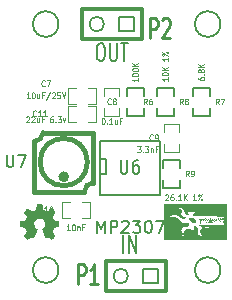
<source format=gto>
G04 (created by PCBNEW (2014-01-10 BZR 4027)-stable) date sab 21 mar 2015 15:48:28 CET*
%MOIN*%
G04 Gerber Fmt 3.4, Leading zero omitted, Abs format*
%FSLAX34Y34*%
G01*
G70*
G90*
G04 APERTURE LIST*
%ADD10C,0.00590551*%
%ADD11C,0.005*%
%ADD12C,0.0047*%
%ADD13C,0.015*%
%ADD14C,0.012*%
%ADD15C,0.0001*%
%ADD16C,0.0045*%
%ADD17C,0.0078*%
%ADD18C,0.0107*%
%ADD19C,0.00606299*%
G04 APERTURE END LIST*
G54D10*
G54D11*
X56200Y-23500D02*
X58200Y-23500D01*
X58200Y-23500D02*
X58200Y-25300D01*
X58200Y-25300D02*
X56200Y-25300D01*
X56200Y-25300D02*
X56200Y-23500D01*
X56200Y-24100D02*
X56400Y-24100D01*
X56400Y-24100D02*
X56400Y-24600D01*
X56400Y-24600D02*
X56200Y-24600D01*
X57675Y-22003D02*
X57675Y-21725D01*
X57675Y-21725D02*
X57125Y-21725D01*
X57125Y-21725D02*
X57125Y-22003D01*
X57675Y-22675D02*
X57675Y-22397D01*
X57675Y-22675D02*
X57125Y-22675D01*
X57125Y-22675D02*
X57125Y-22397D01*
X59875Y-22003D02*
X59875Y-21725D01*
X59875Y-21725D02*
X59325Y-21725D01*
X59325Y-21725D02*
X59325Y-22003D01*
X59875Y-22675D02*
X59875Y-22397D01*
X59875Y-22675D02*
X59325Y-22675D01*
X59325Y-22675D02*
X59325Y-22397D01*
X58875Y-24403D02*
X58875Y-24125D01*
X58875Y-24125D02*
X58325Y-24125D01*
X58325Y-24125D02*
X58325Y-24403D01*
X58875Y-25075D02*
X58875Y-24797D01*
X58875Y-25075D02*
X58325Y-25075D01*
X58325Y-25075D02*
X58325Y-24797D01*
X58125Y-22397D02*
X58125Y-22675D01*
X58125Y-22675D02*
X58675Y-22675D01*
X58675Y-22675D02*
X58675Y-22397D01*
X58125Y-21725D02*
X58125Y-22003D01*
X58125Y-21725D02*
X58675Y-21725D01*
X58675Y-21725D02*
X58675Y-22003D01*
G54D12*
X55797Y-22256D02*
X56072Y-22256D01*
X55403Y-22256D02*
X55128Y-22256D01*
X55797Y-21744D02*
X56072Y-21744D01*
X55128Y-21744D02*
X55403Y-21744D01*
X56072Y-21750D02*
X56072Y-22250D01*
X55128Y-22250D02*
X55128Y-21750D01*
X55597Y-26056D02*
X55872Y-26056D01*
X55203Y-26056D02*
X54928Y-26056D01*
X55597Y-25544D02*
X55872Y-25544D01*
X54928Y-25544D02*
X55203Y-25544D01*
X55872Y-25550D02*
X55872Y-26050D01*
X54928Y-26050D02*
X54928Y-25550D01*
X58856Y-23203D02*
X58856Y-22928D01*
X58856Y-23597D02*
X58856Y-23872D01*
X58344Y-23203D02*
X58344Y-22928D01*
X58344Y-23872D02*
X58344Y-23597D01*
X58350Y-22928D02*
X58850Y-22928D01*
X58850Y-23872D02*
X58350Y-23872D01*
X56856Y-22003D02*
X56856Y-21728D01*
X56856Y-22397D02*
X56856Y-22672D01*
X56344Y-22003D02*
X56344Y-21728D01*
X56344Y-22672D02*
X56344Y-22397D01*
X56350Y-21728D02*
X56850Y-21728D01*
X56850Y-22672D02*
X56350Y-22672D01*
X55797Y-22856D02*
X56072Y-22856D01*
X55403Y-22856D02*
X55128Y-22856D01*
X55797Y-22344D02*
X56072Y-22344D01*
X55128Y-22344D02*
X55403Y-22344D01*
X56072Y-22350D02*
X56072Y-22850D01*
X55128Y-22850D02*
X55128Y-22350D01*
G54D13*
X55098Y-24692D02*
G75*
G03X55098Y-24692I-98J0D01*
G74*
G01*
X55689Y-25184D02*
X54016Y-25184D01*
X54016Y-25184D02*
X54016Y-23511D01*
X54311Y-23216D02*
X55984Y-23216D01*
X55984Y-23216D02*
X55984Y-24889D01*
X54016Y-23511D02*
G75*
G03X54311Y-23216I0J295D01*
G74*
G01*
X55984Y-24889D02*
G75*
G03X55689Y-25184I0J-295D01*
G74*
G01*
X55787Y-24200D02*
G75*
G03X55787Y-24200I-787J0D01*
G74*
G01*
G54D14*
X58400Y-27500D02*
X58400Y-28500D01*
X58400Y-28500D02*
X56400Y-28500D01*
X56400Y-28500D02*
X56400Y-27500D01*
X56400Y-27500D02*
X58400Y-27500D01*
X57600Y-19100D02*
X57600Y-20100D01*
X57600Y-20100D02*
X55600Y-20100D01*
X55600Y-20100D02*
X55600Y-19100D01*
X55600Y-19100D02*
X57600Y-19100D01*
G54D15*
G36*
X60441Y-26790D02*
X60351Y-26790D01*
X60351Y-26151D01*
X60351Y-26122D01*
X60351Y-26095D01*
X60351Y-26072D01*
X60350Y-26052D01*
X60350Y-26038D01*
X60349Y-26029D01*
X60349Y-26026D01*
X60347Y-26024D01*
X60345Y-26023D01*
X60343Y-26021D01*
X60338Y-26020D01*
X60332Y-26019D01*
X60325Y-26018D01*
X60314Y-26017D01*
X60301Y-26017D01*
X60284Y-26016D01*
X60264Y-26016D01*
X60240Y-26015D01*
X60211Y-26015D01*
X60178Y-26015D01*
X60139Y-26015D01*
X60095Y-26014D01*
X60045Y-26014D01*
X59989Y-26014D01*
X59926Y-26014D01*
X59911Y-26014D01*
X59496Y-26014D01*
X59479Y-26004D01*
X59453Y-25990D01*
X59428Y-25983D01*
X59413Y-25982D01*
X59403Y-25983D01*
X59396Y-25985D01*
X59388Y-25990D01*
X59379Y-25998D01*
X59369Y-26007D01*
X59360Y-26012D01*
X59355Y-26014D01*
X59349Y-26012D01*
X59340Y-26005D01*
X59330Y-25995D01*
X59328Y-25994D01*
X59312Y-25975D01*
X59301Y-25959D01*
X59297Y-25945D01*
X59300Y-25934D01*
X59308Y-25924D01*
X59324Y-25915D01*
X59334Y-25911D01*
X59347Y-25906D01*
X59357Y-25900D01*
X59362Y-25897D01*
X59368Y-25888D01*
X59367Y-25875D01*
X59359Y-25860D01*
X59346Y-25841D01*
X59326Y-25820D01*
X59322Y-25816D01*
X59309Y-25802D01*
X59295Y-25788D01*
X59284Y-25774D01*
X59281Y-25770D01*
X59273Y-25759D01*
X59268Y-25754D01*
X59265Y-25754D01*
X59265Y-25755D01*
X59265Y-25767D01*
X59270Y-25782D01*
X59279Y-25802D01*
X59284Y-25810D01*
X59294Y-25829D01*
X59299Y-25844D01*
X59299Y-25856D01*
X59294Y-25864D01*
X59283Y-25870D01*
X59266Y-25873D01*
X59243Y-25873D01*
X59213Y-25872D01*
X59207Y-25871D01*
X59162Y-25867D01*
X59153Y-25878D01*
X59146Y-25887D01*
X59143Y-25896D01*
X59143Y-25897D01*
X59145Y-25908D01*
X59152Y-25924D01*
X59161Y-25941D01*
X59169Y-25954D01*
X59177Y-25966D01*
X59181Y-25974D01*
X59181Y-25977D01*
X59176Y-25976D01*
X59172Y-25974D01*
X59164Y-25970D01*
X59152Y-25966D01*
X59137Y-25961D01*
X59130Y-25959D01*
X59108Y-25952D01*
X59091Y-25945D01*
X59079Y-25938D01*
X59068Y-25931D01*
X59060Y-25922D01*
X59052Y-25914D01*
X59047Y-25907D01*
X59043Y-25899D01*
X59039Y-25890D01*
X59035Y-25877D01*
X59029Y-25859D01*
X59028Y-25855D01*
X59019Y-25828D01*
X59010Y-25806D01*
X58998Y-25788D01*
X58983Y-25774D01*
X58963Y-25761D01*
X58944Y-25750D01*
X58931Y-25745D01*
X58916Y-25738D01*
X58899Y-25732D01*
X58882Y-25727D01*
X58868Y-25723D01*
X58859Y-25721D01*
X58857Y-25721D01*
X58849Y-25719D01*
X58837Y-25715D01*
X58822Y-25708D01*
X58806Y-25700D01*
X58789Y-25692D01*
X58775Y-25683D01*
X58772Y-25681D01*
X58761Y-25674D01*
X58752Y-25670D01*
X58747Y-25668D01*
X58747Y-25668D01*
X58746Y-25673D01*
X58749Y-25682D01*
X58755Y-25691D01*
X58762Y-25700D01*
X58763Y-25700D01*
X58771Y-25707D01*
X58781Y-25714D01*
X58794Y-25722D01*
X58811Y-25731D01*
X58832Y-25741D01*
X58854Y-25751D01*
X58881Y-25764D01*
X58902Y-25775D01*
X58918Y-25785D01*
X58930Y-25794D01*
X58938Y-25803D01*
X58943Y-25813D01*
X58944Y-25814D01*
X58947Y-25822D01*
X58948Y-25830D01*
X58947Y-25839D01*
X58943Y-25850D01*
X58937Y-25866D01*
X58931Y-25880D01*
X58923Y-25898D01*
X58918Y-25914D01*
X58916Y-25928D01*
X58917Y-25941D01*
X58922Y-25954D01*
X58930Y-25966D01*
X58944Y-25978D01*
X58962Y-25992D01*
X58985Y-26006D01*
X59014Y-26023D01*
X59049Y-26041D01*
X59062Y-26048D01*
X59083Y-26059D01*
X59073Y-26067D01*
X59062Y-26074D01*
X59045Y-26081D01*
X59026Y-26086D01*
X59006Y-26089D01*
X58994Y-26089D01*
X58978Y-26089D01*
X58963Y-26086D01*
X58947Y-26082D01*
X58931Y-26074D01*
X58912Y-26063D01*
X58889Y-26049D01*
X58867Y-26034D01*
X58838Y-26014D01*
X58813Y-25997D01*
X58791Y-25985D01*
X58771Y-25975D01*
X58751Y-25969D01*
X58732Y-25964D01*
X58711Y-25960D01*
X58697Y-25959D01*
X58683Y-25958D01*
X58671Y-25959D01*
X58658Y-25961D01*
X58642Y-25966D01*
X58627Y-25971D01*
X58614Y-25976D01*
X58604Y-25981D01*
X58602Y-25982D01*
X58591Y-25988D01*
X58574Y-25996D01*
X58550Y-26004D01*
X58532Y-26010D01*
X58513Y-26015D01*
X58493Y-26018D01*
X58468Y-26020D01*
X58462Y-26021D01*
X58444Y-26022D01*
X58432Y-26022D01*
X58425Y-26024D01*
X58423Y-26025D01*
X58424Y-26027D01*
X58431Y-26032D01*
X58446Y-26036D01*
X58465Y-26039D01*
X58490Y-26041D01*
X58518Y-26042D01*
X58549Y-26042D01*
X58583Y-26041D01*
X58618Y-26038D01*
X58625Y-26038D01*
X58651Y-26035D01*
X58672Y-26034D01*
X58689Y-26033D01*
X58702Y-26034D01*
X58714Y-26035D01*
X58720Y-26035D01*
X58750Y-26043D01*
X58779Y-26056D01*
X58807Y-26074D01*
X58835Y-26099D01*
X58851Y-26117D01*
X58877Y-26146D01*
X58899Y-26169D01*
X58919Y-26189D01*
X58936Y-26203D01*
X58952Y-26215D01*
X58967Y-26224D01*
X58983Y-26231D01*
X58997Y-26236D01*
X59024Y-26241D01*
X59055Y-26241D01*
X59091Y-26236D01*
X59120Y-26229D01*
X59157Y-26218D01*
X59164Y-26228D01*
X59173Y-26242D01*
X59179Y-26256D01*
X59182Y-26270D01*
X59183Y-26292D01*
X59178Y-26310D01*
X59166Y-26326D01*
X59164Y-26329D01*
X59154Y-26337D01*
X59141Y-26344D01*
X59124Y-26350D01*
X59103Y-26355D01*
X59077Y-26360D01*
X59052Y-26364D01*
X59025Y-26368D01*
X59004Y-26372D01*
X58987Y-26377D01*
X58974Y-26382D01*
X58963Y-26388D01*
X58953Y-26395D01*
X58952Y-26397D01*
X58938Y-26412D01*
X58929Y-26430D01*
X58924Y-26450D01*
X58925Y-26474D01*
X58931Y-26501D01*
X58941Y-26533D01*
X58946Y-26546D01*
X58965Y-26593D01*
X58959Y-26629D01*
X58956Y-26645D01*
X58954Y-26659D01*
X58953Y-26669D01*
X58953Y-26672D01*
X58955Y-26678D01*
X58960Y-26678D01*
X58967Y-26675D01*
X58976Y-26668D01*
X58985Y-26658D01*
X58994Y-26646D01*
X59002Y-26633D01*
X59006Y-26624D01*
X59010Y-26612D01*
X59013Y-26601D01*
X59015Y-26587D01*
X59015Y-26568D01*
X59016Y-26559D01*
X59018Y-26525D01*
X59024Y-26498D01*
X59033Y-26475D01*
X59046Y-26457D01*
X59064Y-26444D01*
X59071Y-26440D01*
X59081Y-26436D01*
X59090Y-26433D01*
X59100Y-26431D01*
X59113Y-26431D01*
X59127Y-26431D01*
X59165Y-26433D01*
X59202Y-26440D01*
X59235Y-26448D01*
X59263Y-26452D01*
X59285Y-26455D01*
X59303Y-26456D01*
X59318Y-26454D01*
X59331Y-26451D01*
X59336Y-26448D01*
X59344Y-26443D01*
X59350Y-26435D01*
X59354Y-26423D01*
X59356Y-26407D01*
X59357Y-26386D01*
X59358Y-26372D01*
X59358Y-26355D01*
X59358Y-26339D01*
X59359Y-26328D01*
X59361Y-26322D01*
X59361Y-26322D01*
X59364Y-26320D01*
X59369Y-26320D01*
X59378Y-26324D01*
X59390Y-26329D01*
X59419Y-26347D01*
X59443Y-26367D01*
X59461Y-26391D01*
X59471Y-26411D01*
X59473Y-26419D01*
X59474Y-26433D01*
X59476Y-26453D01*
X59477Y-26478D01*
X59478Y-26500D01*
X59480Y-26535D01*
X59482Y-26563D01*
X59485Y-26586D01*
X59491Y-26604D01*
X59498Y-26618D01*
X59508Y-26630D01*
X59521Y-26639D01*
X59538Y-26647D01*
X59559Y-26655D01*
X59567Y-26658D01*
X59598Y-26669D01*
X59623Y-26679D01*
X59644Y-26691D01*
X59661Y-26704D01*
X59675Y-26719D01*
X59684Y-26729D01*
X59692Y-26739D01*
X59698Y-26744D01*
X59700Y-26742D01*
X59698Y-26735D01*
X59693Y-26723D01*
X59690Y-26718D01*
X59684Y-26708D01*
X59672Y-26693D01*
X59655Y-26675D01*
X59634Y-26653D01*
X59621Y-26640D01*
X59598Y-26617D01*
X59580Y-26598D01*
X59566Y-26581D01*
X59556Y-26568D01*
X59549Y-26556D01*
X59545Y-26544D01*
X59543Y-26533D01*
X59543Y-26523D01*
X59543Y-26509D01*
X59545Y-26499D01*
X59550Y-26489D01*
X59558Y-26478D01*
X59569Y-26465D01*
X59583Y-26449D01*
X59592Y-26436D01*
X59597Y-26425D01*
X59600Y-26414D01*
X59600Y-26406D01*
X59598Y-26391D01*
X59593Y-26377D01*
X59584Y-26361D01*
X59570Y-26344D01*
X59551Y-26325D01*
X59546Y-26320D01*
X59509Y-26285D01*
X59557Y-26285D01*
X59605Y-26285D01*
X59663Y-26344D01*
X59681Y-26363D01*
X59696Y-26378D01*
X59707Y-26388D01*
X59715Y-26396D01*
X59722Y-26401D01*
X59729Y-26405D01*
X59735Y-26407D01*
X59740Y-26409D01*
X59751Y-26412D01*
X59761Y-26413D01*
X59771Y-26412D01*
X59784Y-26410D01*
X59800Y-26405D01*
X59812Y-26401D01*
X59827Y-26396D01*
X59837Y-26394D01*
X59846Y-26394D01*
X59854Y-26395D01*
X59863Y-26397D01*
X59867Y-26397D01*
X59868Y-26394D01*
X59865Y-26389D01*
X59856Y-26383D01*
X59842Y-26377D01*
X59824Y-26372D01*
X59805Y-26368D01*
X59795Y-26366D01*
X59769Y-26361D01*
X59749Y-26357D01*
X59734Y-26351D01*
X59722Y-26345D01*
X59714Y-26339D01*
X59707Y-26332D01*
X59698Y-26322D01*
X59690Y-26311D01*
X59682Y-26301D01*
X59677Y-26292D01*
X59675Y-26287D01*
X59679Y-26287D01*
X59689Y-26287D01*
X59705Y-26287D01*
X59727Y-26286D01*
X59754Y-26286D01*
X59786Y-26286D01*
X59822Y-26285D01*
X59862Y-26285D01*
X59905Y-26285D01*
X59950Y-26285D01*
X59998Y-26285D01*
X60008Y-26285D01*
X60064Y-26284D01*
X60114Y-26284D01*
X60157Y-26284D01*
X60195Y-26284D01*
X60227Y-26284D01*
X60254Y-26283D01*
X60277Y-26283D01*
X60295Y-26283D01*
X60310Y-26282D01*
X60321Y-26282D01*
X60330Y-26281D01*
X60336Y-26281D01*
X60340Y-26280D01*
X60343Y-26279D01*
X60345Y-26278D01*
X60346Y-26277D01*
X60346Y-26277D01*
X60348Y-26273D01*
X60349Y-26268D01*
X60350Y-26260D01*
X60351Y-26247D01*
X60351Y-26230D01*
X60351Y-26209D01*
X60351Y-26182D01*
X60351Y-26151D01*
X60351Y-26790D01*
X59400Y-26790D01*
X58359Y-26790D01*
X58359Y-26200D01*
X58359Y-25610D01*
X59400Y-25610D01*
X60441Y-25610D01*
X60441Y-26200D01*
X60441Y-26790D01*
X60441Y-26790D01*
X60441Y-26790D01*
G37*
G36*
X59646Y-26192D02*
X59645Y-26200D01*
X59641Y-26209D01*
X59635Y-26214D01*
X59635Y-26185D01*
X59631Y-26171D01*
X59627Y-26166D01*
X59621Y-26160D01*
X59613Y-26157D01*
X59602Y-26156D01*
X59600Y-26156D01*
X59588Y-26156D01*
X59580Y-26159D01*
X59574Y-26164D01*
X59573Y-26166D01*
X59565Y-26179D01*
X59564Y-26192D01*
X59568Y-26203D01*
X59575Y-26214D01*
X59586Y-26222D01*
X59599Y-26224D01*
X59613Y-26222D01*
X59615Y-26221D01*
X59627Y-26211D01*
X59634Y-26199D01*
X59635Y-26185D01*
X59635Y-26214D01*
X59632Y-26218D01*
X59623Y-26226D01*
X59616Y-26230D01*
X59606Y-26232D01*
X59601Y-26232D01*
X59585Y-26230D01*
X59574Y-26225D01*
X59574Y-26224D01*
X59564Y-26217D01*
X59564Y-26240D01*
X59564Y-26263D01*
X59575Y-26265D01*
X59584Y-26267D01*
X59588Y-26270D01*
X59588Y-26270D01*
X59587Y-26273D01*
X59581Y-26274D01*
X59569Y-26275D01*
X59562Y-26275D01*
X59548Y-26274D01*
X59539Y-26273D01*
X59536Y-26271D01*
X59536Y-26270D01*
X59541Y-26266D01*
X59546Y-26265D01*
X59549Y-26264D01*
X59551Y-26262D01*
X59552Y-26258D01*
X59553Y-26251D01*
X59553Y-26239D01*
X59553Y-26221D01*
X59553Y-26210D01*
X59553Y-26158D01*
X59544Y-26156D01*
X59537Y-26153D01*
X59536Y-26150D01*
X59541Y-26147D01*
X59550Y-26147D01*
X59560Y-26148D01*
X59564Y-26150D01*
X59564Y-26152D01*
X59565Y-26156D01*
X59569Y-26155D01*
X59576Y-26151D01*
X59592Y-26144D01*
X59608Y-26144D01*
X59623Y-26150D01*
X59635Y-26160D01*
X59643Y-26174D01*
X59646Y-26192D01*
X59646Y-26192D01*
X59646Y-26192D01*
G37*
G36*
X59839Y-26199D02*
X59834Y-26215D01*
X59833Y-26216D01*
X59830Y-26219D01*
X59830Y-26195D01*
X59828Y-26181D01*
X59822Y-26169D01*
X59811Y-26159D01*
X59796Y-26154D01*
X59790Y-26154D01*
X59777Y-26157D01*
X59766Y-26166D01*
X59757Y-26178D01*
X59754Y-26191D01*
X59754Y-26191D01*
X59755Y-26201D01*
X59761Y-26210D01*
X59766Y-26216D01*
X59779Y-26225D01*
X59794Y-26229D01*
X59808Y-26225D01*
X59816Y-26220D01*
X59826Y-26208D01*
X59830Y-26195D01*
X59830Y-26219D01*
X59821Y-26229D01*
X59806Y-26236D01*
X59789Y-26239D01*
X59775Y-26236D01*
X59763Y-26229D01*
X59753Y-26216D01*
X59745Y-26202D01*
X59743Y-26191D01*
X59746Y-26177D01*
X59755Y-26163D01*
X59767Y-26152D01*
X59781Y-26145D01*
X59791Y-26143D01*
X59808Y-26146D01*
X59822Y-26155D01*
X59833Y-26167D01*
X59839Y-26183D01*
X59839Y-26199D01*
X59839Y-26199D01*
X59839Y-26199D01*
G37*
G36*
X60037Y-26186D02*
X60036Y-26189D01*
X60034Y-26191D01*
X60030Y-26192D01*
X60026Y-26193D01*
X60026Y-26181D01*
X60023Y-26172D01*
X60014Y-26164D01*
X60003Y-26157D01*
X59991Y-26154D01*
X59988Y-26154D01*
X59976Y-26156D01*
X59965Y-26162D01*
X59955Y-26170D01*
X59951Y-26178D01*
X59951Y-26181D01*
X59954Y-26181D01*
X59963Y-26182D01*
X59976Y-26182D01*
X59988Y-26183D01*
X60004Y-26182D01*
X60016Y-26182D01*
X60024Y-26181D01*
X60026Y-26181D01*
X60026Y-26193D01*
X60022Y-26193D01*
X60008Y-26193D01*
X59994Y-26193D01*
X59973Y-26194D01*
X59960Y-26195D01*
X59952Y-26197D01*
X59950Y-26200D01*
X59953Y-26205D01*
X59961Y-26214D01*
X59963Y-26216D01*
X59976Y-26225D01*
X59992Y-26228D01*
X60011Y-26225D01*
X60019Y-26222D01*
X60029Y-26219D01*
X60035Y-26219D01*
X60036Y-26222D01*
X60033Y-26226D01*
X60022Y-26233D01*
X60006Y-26237D01*
X59990Y-26238D01*
X59975Y-26237D01*
X59970Y-26235D01*
X59963Y-26231D01*
X59955Y-26223D01*
X59951Y-26219D01*
X59945Y-26212D01*
X59941Y-26209D01*
X59940Y-26211D01*
X59940Y-26215D01*
X59943Y-26223D01*
X59947Y-26226D01*
X59953Y-26228D01*
X59952Y-26232D01*
X59946Y-26235D01*
X59940Y-26235D01*
X59929Y-26235D01*
X59929Y-26197D01*
X59929Y-26180D01*
X59928Y-26168D01*
X59927Y-26161D01*
X59925Y-26157D01*
X59923Y-26156D01*
X59915Y-26154D01*
X59909Y-26157D01*
X59904Y-26161D01*
X59900Y-26166D01*
X59898Y-26173D01*
X59897Y-26183D01*
X59897Y-26197D01*
X59897Y-26211D01*
X59898Y-26219D01*
X59900Y-26224D01*
X59902Y-26225D01*
X59907Y-26227D01*
X59908Y-26230D01*
X59904Y-26234D01*
X59897Y-26235D01*
X59886Y-26235D01*
X59886Y-26199D01*
X59886Y-26181D01*
X59885Y-26169D01*
X59884Y-26162D01*
X59881Y-26158D01*
X59881Y-26157D01*
X59875Y-26154D01*
X59869Y-26156D01*
X59865Y-26158D01*
X59861Y-26161D01*
X59858Y-26165D01*
X59856Y-26171D01*
X59855Y-26182D01*
X59855Y-26193D01*
X59854Y-26208D01*
X59855Y-26217D01*
X59857Y-26223D01*
X59859Y-26225D01*
X59864Y-26230D01*
X59863Y-26233D01*
X59855Y-26235D01*
X59847Y-26235D01*
X59836Y-26234D01*
X59830Y-26232D01*
X59829Y-26229D01*
X59834Y-26226D01*
X59836Y-26225D01*
X59840Y-26224D01*
X59842Y-26221D01*
X59843Y-26214D01*
X59843Y-26203D01*
X59843Y-26191D01*
X59843Y-26176D01*
X59843Y-26166D01*
X59841Y-26160D01*
X59839Y-26157D01*
X59836Y-26156D01*
X59830Y-26153D01*
X59829Y-26150D01*
X59834Y-26148D01*
X59844Y-26147D01*
X59856Y-26146D01*
X59868Y-26145D01*
X59869Y-26145D01*
X59880Y-26145D01*
X59886Y-26149D01*
X59892Y-26153D01*
X59897Y-26152D01*
X59902Y-26149D01*
X59911Y-26145D01*
X59918Y-26143D01*
X59928Y-26146D01*
X59936Y-26154D01*
X59940Y-26165D01*
X59940Y-26167D01*
X59940Y-26177D01*
X59947Y-26165D01*
X59958Y-26153D01*
X59973Y-26146D01*
X59989Y-26144D01*
X60005Y-26147D01*
X60019Y-26155D01*
X60029Y-26166D01*
X60034Y-26175D01*
X60036Y-26184D01*
X60037Y-26186D01*
X60037Y-26186D01*
X60037Y-26186D01*
G37*
G36*
X60137Y-26224D02*
X60134Y-26228D01*
X60126Y-26232D01*
X60122Y-26234D01*
X60104Y-26238D01*
X60087Y-26238D01*
X60074Y-26233D01*
X60071Y-26231D01*
X60067Y-26228D01*
X60064Y-26223D01*
X60062Y-26217D01*
X60062Y-26206D01*
X60062Y-26192D01*
X60062Y-26191D01*
X60062Y-26158D01*
X60052Y-26157D01*
X60044Y-26154D01*
X60041Y-26151D01*
X60044Y-26148D01*
X60051Y-26147D01*
X60057Y-26146D01*
X60061Y-26144D01*
X60062Y-26137D01*
X60062Y-26131D01*
X60062Y-26115D01*
X60079Y-26114D01*
X60096Y-26113D01*
X60096Y-26088D01*
X60095Y-26075D01*
X60095Y-26067D01*
X60092Y-26063D01*
X60088Y-26061D01*
X60085Y-26060D01*
X60078Y-26059D01*
X60078Y-26058D01*
X60084Y-26058D01*
X60088Y-26058D01*
X60101Y-26057D01*
X60101Y-26086D01*
X60101Y-26114D01*
X60114Y-26116D01*
X60117Y-26116D01*
X60114Y-26117D01*
X60105Y-26117D01*
X60100Y-26118D01*
X60072Y-26118D01*
X60072Y-26132D01*
X60072Y-26147D01*
X60097Y-26147D01*
X60111Y-26147D01*
X60119Y-26148D01*
X60122Y-26150D01*
X60122Y-26152D01*
X60121Y-26155D01*
X60116Y-26157D01*
X60105Y-26157D01*
X60097Y-26158D01*
X60072Y-26158D01*
X60072Y-26189D01*
X60073Y-26206D01*
X60074Y-26218D01*
X60078Y-26225D01*
X60085Y-26228D01*
X60095Y-26227D01*
X60100Y-26227D01*
X60113Y-26225D01*
X60124Y-26223D01*
X60127Y-26222D01*
X60135Y-26222D01*
X60137Y-26224D01*
X60137Y-26224D01*
X60137Y-26224D01*
G37*
G36*
X60233Y-26185D02*
X60233Y-26189D01*
X60232Y-26191D01*
X60227Y-26192D01*
X60223Y-26193D01*
X60223Y-26179D01*
X60220Y-26173D01*
X60213Y-26166D01*
X60204Y-26159D01*
X60196Y-26156D01*
X60181Y-26155D01*
X60167Y-26158D01*
X60156Y-26166D01*
X60155Y-26167D01*
X60150Y-26174D01*
X60147Y-26179D01*
X60147Y-26179D01*
X60151Y-26181D01*
X60160Y-26182D01*
X60173Y-26182D01*
X60185Y-26183D01*
X60203Y-26182D01*
X60216Y-26181D01*
X60222Y-26180D01*
X60223Y-26179D01*
X60223Y-26193D01*
X60220Y-26193D01*
X60207Y-26193D01*
X60190Y-26193D01*
X60170Y-26194D01*
X60157Y-26195D01*
X60149Y-26197D01*
X60147Y-26200D01*
X60150Y-26205D01*
X60158Y-26214D01*
X60160Y-26216D01*
X60173Y-26225D01*
X60189Y-26228D01*
X60207Y-26225D01*
X60216Y-26222D01*
X60226Y-26219D01*
X60232Y-26219D01*
X60233Y-26222D01*
X60230Y-26226D01*
X60217Y-26233D01*
X60201Y-26238D01*
X60183Y-26238D01*
X60168Y-26234D01*
X60163Y-26232D01*
X60148Y-26219D01*
X60139Y-26204D01*
X60137Y-26192D01*
X60140Y-26174D01*
X60148Y-26160D01*
X60161Y-26149D01*
X60177Y-26144D01*
X60195Y-26145D01*
X60207Y-26148D01*
X60218Y-26156D01*
X60227Y-26167D01*
X60233Y-26180D01*
X60233Y-26185D01*
X60233Y-26185D01*
X60233Y-26185D01*
G37*
G36*
X60333Y-26188D02*
X60332Y-26202D01*
X60326Y-26216D01*
X60323Y-26219D01*
X60323Y-26191D01*
X60320Y-26179D01*
X60313Y-26166D01*
X60303Y-26158D01*
X60302Y-26158D01*
X60287Y-26154D01*
X60272Y-26156D01*
X60260Y-26164D01*
X60251Y-26176D01*
X60248Y-26191D01*
X60248Y-26191D01*
X60251Y-26206D01*
X60259Y-26218D01*
X60271Y-26226D01*
X60286Y-26228D01*
X60302Y-26224D01*
X60302Y-26224D01*
X60312Y-26216D01*
X60320Y-26205D01*
X60323Y-26193D01*
X60323Y-26191D01*
X60323Y-26219D01*
X60316Y-26227D01*
X60303Y-26235D01*
X60288Y-26238D01*
X60270Y-26236D01*
X60263Y-26234D01*
X60251Y-26225D01*
X60241Y-26211D01*
X60237Y-26196D01*
X60237Y-26192D01*
X60240Y-26175D01*
X60248Y-26161D01*
X60260Y-26151D01*
X60275Y-26145D01*
X60291Y-26145D01*
X60307Y-26150D01*
X60318Y-26159D01*
X60329Y-26173D01*
X60333Y-26188D01*
X60333Y-26188D01*
X60333Y-26188D01*
G37*
G36*
X59747Y-26157D02*
X59744Y-26162D01*
X59738Y-26161D01*
X59734Y-26159D01*
X59726Y-26155D01*
X59717Y-26156D01*
X59707Y-26162D01*
X59697Y-26170D01*
X59691Y-26176D01*
X59687Y-26182D01*
X59686Y-26190D01*
X59686Y-26201D01*
X59686Y-26224D01*
X59706Y-26225D01*
X59719Y-26227D01*
X59726Y-26229D01*
X59728Y-26231D01*
X59727Y-26233D01*
X59721Y-26234D01*
X59710Y-26235D01*
X59694Y-26235D01*
X59690Y-26235D01*
X59674Y-26235D01*
X59661Y-26235D01*
X59652Y-26234D01*
X59649Y-26233D01*
X59648Y-26229D01*
X59653Y-26226D01*
X59662Y-26225D01*
X59663Y-26225D01*
X59675Y-26225D01*
X59675Y-26192D01*
X59675Y-26158D01*
X59665Y-26157D01*
X59657Y-26155D01*
X59654Y-26151D01*
X59658Y-26148D01*
X59667Y-26147D01*
X59669Y-26147D01*
X59679Y-26147D01*
X59684Y-26149D01*
X59686Y-26153D01*
X59686Y-26156D01*
X59686Y-26165D01*
X59697Y-26156D01*
X59711Y-26148D01*
X59722Y-26145D01*
X59732Y-26147D01*
X59736Y-26148D01*
X59743Y-26153D01*
X59747Y-26157D01*
X59747Y-26157D01*
X59747Y-26157D01*
X59747Y-26157D01*
G37*
G36*
X59417Y-26173D02*
X59415Y-26185D01*
X59413Y-26200D01*
X59411Y-26212D01*
X59408Y-26220D01*
X59405Y-26224D01*
X59400Y-26226D01*
X59400Y-26226D01*
X59390Y-26227D01*
X59376Y-26229D01*
X59360Y-26230D01*
X59343Y-26230D01*
X59328Y-26230D01*
X59316Y-26230D01*
X59309Y-26229D01*
X59309Y-26228D01*
X59303Y-26225D01*
X59292Y-26219D01*
X59279Y-26211D01*
X59271Y-26206D01*
X59257Y-26198D01*
X59243Y-26189D01*
X59231Y-26183D01*
X59227Y-26181D01*
X59218Y-26175D01*
X59212Y-26168D01*
X59211Y-26166D01*
X59204Y-26150D01*
X59198Y-26133D01*
X59192Y-26116D01*
X59187Y-26101D01*
X59184Y-26090D01*
X59182Y-26084D01*
X59182Y-26084D01*
X59185Y-26080D01*
X59194Y-26074D01*
X59208Y-26066D01*
X59215Y-26063D01*
X59249Y-26046D01*
X59290Y-26059D01*
X59311Y-26066D01*
X59327Y-26071D01*
X59339Y-26076D01*
X59349Y-26082D01*
X59358Y-26089D01*
X59368Y-26099D01*
X59380Y-26112D01*
X59385Y-26118D01*
X59399Y-26133D01*
X59407Y-26145D01*
X59413Y-26154D01*
X59416Y-26163D01*
X59417Y-26173D01*
X59417Y-26173D01*
X59417Y-26173D01*
G37*
G36*
X59581Y-26117D02*
X59577Y-26118D01*
X59576Y-26118D01*
X59569Y-26117D01*
X59567Y-26115D01*
X59567Y-26091D01*
X59560Y-26087D01*
X59550Y-26086D01*
X59534Y-26088D01*
X59524Y-26093D01*
X59521Y-26101D01*
X59521Y-26102D01*
X59522Y-26110D01*
X59527Y-26113D01*
X59536Y-26114D01*
X59538Y-26115D01*
X59551Y-26111D01*
X59559Y-26106D01*
X59566Y-26098D01*
X59567Y-26091D01*
X59567Y-26115D01*
X59566Y-26115D01*
X59562Y-26114D01*
X59553Y-26116D01*
X59552Y-26117D01*
X59542Y-26120D01*
X59536Y-26121D01*
X59530Y-26120D01*
X59528Y-26119D01*
X59521Y-26114D01*
X59515Y-26107D01*
X59514Y-26102D01*
X59516Y-26097D01*
X59521Y-26090D01*
X59528Y-26085D01*
X59536Y-26083D01*
X59548Y-26082D01*
X59561Y-26082D01*
X59567Y-26079D01*
X59567Y-26074D01*
X59563Y-26066D01*
X59558Y-26062D01*
X59551Y-26061D01*
X59541Y-26062D01*
X59531Y-26062D01*
X59528Y-26062D01*
X59529Y-26060D01*
X59538Y-26058D01*
X59549Y-26058D01*
X59560Y-26060D01*
X59566Y-26063D01*
X59569Y-26070D01*
X59571Y-26082D01*
X59571Y-26091D01*
X59572Y-26104D01*
X59573Y-26111D01*
X59576Y-26115D01*
X59578Y-26116D01*
X59581Y-26117D01*
X59581Y-26117D01*
X59581Y-26117D01*
G37*
G36*
X59643Y-26103D02*
X59641Y-26110D01*
X59634Y-26115D01*
X59630Y-26117D01*
X59622Y-26120D01*
X59617Y-26121D01*
X59617Y-26121D01*
X59613Y-26120D01*
X59606Y-26118D01*
X59597Y-26116D01*
X59592Y-26117D01*
X59590Y-26115D01*
X59589Y-26109D01*
X59589Y-26099D01*
X59595Y-26107D01*
X59604Y-26113D01*
X59614Y-26115D01*
X59625Y-26115D01*
X59634Y-26111D01*
X59639Y-26105D01*
X59639Y-26102D01*
X59636Y-26095D01*
X59626Y-26089D01*
X59608Y-26085D01*
X59607Y-26085D01*
X59598Y-26082D01*
X59594Y-26075D01*
X59594Y-26067D01*
X59600Y-26060D01*
X59607Y-26057D01*
X59617Y-26057D01*
X59627Y-26058D01*
X59636Y-26061D01*
X59642Y-26065D01*
X59643Y-26067D01*
X59642Y-26071D01*
X59637Y-26070D01*
X59633Y-26066D01*
X59625Y-26062D01*
X59614Y-26062D01*
X59604Y-26064D01*
X59598Y-26069D01*
X59597Y-26075D01*
X59600Y-26079D01*
X59610Y-26082D01*
X59619Y-26084D01*
X59632Y-26087D01*
X59640Y-26093D01*
X59643Y-26101D01*
X59643Y-26103D01*
X59643Y-26103D01*
X59643Y-26103D01*
G37*
G36*
X59713Y-26098D02*
X59712Y-26106D01*
X59706Y-26113D01*
X59697Y-26118D01*
X59686Y-26121D01*
X59675Y-26120D01*
X59671Y-26118D01*
X59664Y-26116D01*
X59661Y-26116D01*
X59658Y-26115D01*
X59657Y-26109D01*
X59657Y-26099D01*
X59663Y-26107D01*
X59669Y-26112D01*
X59678Y-26114D01*
X59684Y-26115D01*
X59697Y-26113D01*
X59705Y-26108D01*
X59707Y-26100D01*
X59704Y-26095D01*
X59695Y-26090D01*
X59679Y-26086D01*
X59674Y-26085D01*
X59665Y-26081D01*
X59661Y-26074D01*
X59663Y-26066D01*
X59663Y-26065D01*
X59667Y-26062D01*
X59675Y-26060D01*
X59688Y-26059D01*
X59689Y-26059D01*
X59701Y-26059D01*
X59708Y-26060D01*
X59710Y-26062D01*
X59711Y-26067D01*
X59711Y-26068D01*
X59711Y-26076D01*
X59704Y-26069D01*
X59693Y-26062D01*
X59681Y-26061D01*
X59669Y-26066D01*
X59665Y-26071D01*
X59666Y-26074D01*
X59669Y-26077D01*
X59678Y-26081D01*
X59684Y-26082D01*
X59696Y-26084D01*
X59707Y-26090D01*
X59713Y-26097D01*
X59713Y-26098D01*
X59713Y-26098D01*
X59713Y-26098D01*
G37*
G36*
X59786Y-26087D02*
X59783Y-26101D01*
X59782Y-26102D01*
X59782Y-26086D01*
X59778Y-26075D01*
X59770Y-26067D01*
X59760Y-26062D01*
X59747Y-26061D01*
X59741Y-26063D01*
X59734Y-26069D01*
X59729Y-26079D01*
X59727Y-26090D01*
X59727Y-26095D01*
X59733Y-26106D01*
X59743Y-26112D01*
X59755Y-26114D01*
X59768Y-26111D01*
X59774Y-26107D01*
X59781Y-26096D01*
X59782Y-26086D01*
X59782Y-26102D01*
X59775Y-26112D01*
X59763Y-26119D01*
X59750Y-26120D01*
X59738Y-26116D01*
X59728Y-26107D01*
X59722Y-26094D01*
X59722Y-26081D01*
X59728Y-26069D01*
X59730Y-26066D01*
X59742Y-26059D01*
X59755Y-26057D01*
X59768Y-26060D01*
X59778Y-26067D01*
X59785Y-26078D01*
X59786Y-26087D01*
X59786Y-26087D01*
X59786Y-26087D01*
G37*
G36*
X59856Y-26105D02*
X59855Y-26108D01*
X59850Y-26112D01*
X59842Y-26116D01*
X59833Y-26119D01*
X59833Y-26119D01*
X59823Y-26120D01*
X59816Y-26119D01*
X59804Y-26113D01*
X59796Y-26102D01*
X59793Y-26090D01*
X59795Y-26077D01*
X59802Y-26066D01*
X59808Y-26061D01*
X59815Y-26058D01*
X59824Y-26058D01*
X59833Y-26058D01*
X59844Y-26059D01*
X59851Y-26060D01*
X59854Y-26063D01*
X59854Y-26067D01*
X59853Y-26074D01*
X59851Y-26074D01*
X59845Y-26069D01*
X59843Y-26068D01*
X59832Y-26062D01*
X59820Y-26061D01*
X59809Y-26066D01*
X59804Y-26070D01*
X59798Y-26083D01*
X59798Y-26095D01*
X59803Y-26106D01*
X59813Y-26113D01*
X59825Y-26115D01*
X59836Y-26113D01*
X59846Y-26109D01*
X59846Y-26109D01*
X59853Y-26105D01*
X59856Y-26105D01*
X59856Y-26105D01*
X59856Y-26105D01*
G37*
G36*
X59993Y-26117D02*
X59989Y-26118D01*
X59988Y-26118D01*
X59981Y-26116D01*
X59978Y-26114D01*
X59978Y-26100D01*
X59978Y-26093D01*
X59972Y-26088D01*
X59965Y-26087D01*
X59950Y-26087D01*
X59939Y-26091D01*
X59933Y-26098D01*
X59933Y-26101D01*
X59934Y-26109D01*
X59935Y-26112D01*
X59941Y-26114D01*
X59952Y-26114D01*
X59962Y-26112D01*
X59971Y-26108D01*
X59972Y-26108D01*
X59978Y-26100D01*
X59978Y-26114D01*
X59976Y-26111D01*
X59972Y-26113D01*
X59963Y-26117D01*
X59952Y-26120D01*
X59941Y-26120D01*
X59939Y-26119D01*
X59934Y-26115D01*
X59930Y-26109D01*
X59928Y-26102D01*
X59931Y-26095D01*
X59933Y-26092D01*
X59939Y-26086D01*
X59945Y-26083D01*
X59956Y-26082D01*
X59960Y-26082D01*
X59972Y-26082D01*
X59979Y-26079D01*
X59979Y-26073D01*
X59974Y-26066D01*
X59970Y-26062D01*
X59964Y-26061D01*
X59953Y-26062D01*
X59952Y-26062D01*
X59942Y-26063D01*
X59938Y-26062D01*
X59938Y-26061D01*
X59944Y-26059D01*
X59954Y-26057D01*
X59965Y-26057D01*
X59967Y-26057D01*
X59976Y-26061D01*
X59981Y-26070D01*
X59983Y-26086D01*
X59983Y-26091D01*
X59983Y-26104D01*
X59985Y-26111D01*
X59987Y-26115D01*
X59989Y-26116D01*
X59993Y-26117D01*
X59993Y-26117D01*
X59993Y-26117D01*
G37*
G36*
X60198Y-26089D02*
X60194Y-26103D01*
X60194Y-26104D01*
X60194Y-26083D01*
X60188Y-26072D01*
X60185Y-26068D01*
X60172Y-26062D01*
X60159Y-26062D01*
X60149Y-26067D01*
X60142Y-26078D01*
X60140Y-26089D01*
X60142Y-26101D01*
X60147Y-26108D01*
X60148Y-26109D01*
X60160Y-26114D01*
X60173Y-26114D01*
X60185Y-26109D01*
X60187Y-26107D01*
X60193Y-26095D01*
X60194Y-26083D01*
X60194Y-26104D01*
X60186Y-26113D01*
X60175Y-26119D01*
X60162Y-26120D01*
X60150Y-26116D01*
X60139Y-26105D01*
X60134Y-26092D01*
X60136Y-26079D01*
X60142Y-26068D01*
X60150Y-26061D01*
X60158Y-26058D01*
X60167Y-26057D01*
X60182Y-26060D01*
X60192Y-26068D01*
X60197Y-26082D01*
X60198Y-26089D01*
X60198Y-26089D01*
X60198Y-26089D01*
G37*
G36*
X60334Y-26084D02*
X60332Y-26086D01*
X60330Y-26087D01*
X60330Y-26079D01*
X60327Y-26073D01*
X60319Y-26066D01*
X60310Y-26062D01*
X60303Y-26061D01*
X60292Y-26063D01*
X60283Y-26068D01*
X60277Y-26074D01*
X60276Y-26077D01*
X60278Y-26080D01*
X60284Y-26082D01*
X60294Y-26082D01*
X60303Y-26082D01*
X60316Y-26082D01*
X60325Y-26081D01*
X60330Y-26079D01*
X60330Y-26079D01*
X60330Y-26087D01*
X60326Y-26088D01*
X60315Y-26088D01*
X60306Y-26089D01*
X60290Y-26090D01*
X60280Y-26092D01*
X60276Y-26095D01*
X60278Y-26100D01*
X60285Y-26107D01*
X60295Y-26113D01*
X60309Y-26115D01*
X60322Y-26113D01*
X60327Y-26111D01*
X60332Y-26109D01*
X60334Y-26111D01*
X60331Y-26114D01*
X60323Y-26117D01*
X60320Y-26118D01*
X60309Y-26121D01*
X60302Y-26121D01*
X60296Y-26120D01*
X60294Y-26119D01*
X60283Y-26112D01*
X60274Y-26101D01*
X60271Y-26088D01*
X60272Y-26076D01*
X60273Y-26074D01*
X60281Y-26064D01*
X60292Y-26059D01*
X60303Y-26057D01*
X60318Y-26060D01*
X60328Y-26068D01*
X60334Y-26080D01*
X60334Y-26081D01*
X60334Y-26084D01*
X60334Y-26084D01*
X60334Y-26084D01*
G37*
G36*
X59913Y-26116D02*
X59911Y-26117D01*
X59901Y-26117D01*
X59892Y-26117D01*
X59879Y-26117D01*
X59872Y-26116D01*
X59872Y-26116D01*
X59875Y-26115D01*
X59890Y-26114D01*
X59890Y-26088D01*
X59890Y-26061D01*
X59878Y-26060D01*
X59871Y-26059D01*
X59870Y-26058D01*
X59876Y-26058D01*
X59880Y-26058D01*
X59893Y-26057D01*
X59894Y-26085D01*
X59895Y-26113D01*
X59910Y-26115D01*
X59913Y-26116D01*
X59913Y-26116D01*
X59913Y-26116D01*
G37*
G36*
X60057Y-26112D02*
X60056Y-26114D01*
X60052Y-26116D01*
X60043Y-26117D01*
X60032Y-26118D01*
X60020Y-26118D01*
X60011Y-26117D01*
X60005Y-26116D01*
X60004Y-26115D01*
X60007Y-26111D01*
X60012Y-26103D01*
X60021Y-26093D01*
X60024Y-26090D01*
X60033Y-26079D01*
X60040Y-26070D01*
X60043Y-26065D01*
X60044Y-26064D01*
X60041Y-26062D01*
X60032Y-26061D01*
X60028Y-26061D01*
X60016Y-26062D01*
X60009Y-26066D01*
X60008Y-26067D01*
X60005Y-26071D01*
X60005Y-26068D01*
X60004Y-26065D01*
X60005Y-26061D01*
X60007Y-26059D01*
X60013Y-26058D01*
X60025Y-26057D01*
X60029Y-26057D01*
X60042Y-26058D01*
X60051Y-26058D01*
X60054Y-26059D01*
X60054Y-26060D01*
X60052Y-26063D01*
X60046Y-26070D01*
X60038Y-26081D01*
X60033Y-26086D01*
X60023Y-26097D01*
X60016Y-26106D01*
X60012Y-26111D01*
X60012Y-26112D01*
X60015Y-26114D01*
X60023Y-26114D01*
X60031Y-26115D01*
X60043Y-26114D01*
X60049Y-26113D01*
X60051Y-26110D01*
X60051Y-26108D01*
X60052Y-26105D01*
X60055Y-26106D01*
X60057Y-26112D01*
X60057Y-26112D01*
X60057Y-26112D01*
G37*
G36*
X60267Y-26116D02*
X60266Y-26117D01*
X60261Y-26118D01*
X60258Y-26118D01*
X60251Y-26117D01*
X60250Y-26116D01*
X60250Y-26116D01*
X60253Y-26111D01*
X60254Y-26102D01*
X60255Y-26091D01*
X60254Y-26079D01*
X60253Y-26070D01*
X60251Y-26065D01*
X60242Y-26061D01*
X60231Y-26063D01*
X60223Y-26066D01*
X60219Y-26071D01*
X60216Y-26077D01*
X60216Y-26088D01*
X60216Y-26093D01*
X60216Y-26105D01*
X60217Y-26112D01*
X60221Y-26115D01*
X60222Y-26116D01*
X60223Y-26117D01*
X60217Y-26118D01*
X60214Y-26118D01*
X60205Y-26118D01*
X60203Y-26116D01*
X60206Y-26114D01*
X60209Y-26111D01*
X60211Y-26103D01*
X60212Y-26091D01*
X60212Y-26088D01*
X60211Y-26074D01*
X60210Y-26066D01*
X60207Y-26062D01*
X60206Y-26061D01*
X60202Y-26058D01*
X60204Y-26057D01*
X60207Y-26057D01*
X60214Y-26059D01*
X60216Y-26061D01*
X60218Y-26063D01*
X60222Y-26061D01*
X60231Y-26058D01*
X60240Y-26057D01*
X60251Y-26060D01*
X60258Y-26068D01*
X60261Y-26082D01*
X60262Y-26094D01*
X60263Y-26107D01*
X60265Y-26114D01*
X60267Y-26116D01*
X60267Y-26116D01*
X60267Y-26116D01*
G37*
G36*
X59893Y-26034D02*
X59891Y-26039D01*
X59890Y-26039D01*
X59887Y-26037D01*
X59886Y-26034D01*
X59888Y-26029D01*
X59890Y-26029D01*
X59893Y-26031D01*
X59893Y-26034D01*
X59893Y-26034D01*
X59893Y-26034D01*
G37*
G36*
X60101Y-26034D02*
X60099Y-26039D01*
X60097Y-26039D01*
X60094Y-26037D01*
X60094Y-26034D01*
X60096Y-26029D01*
X60097Y-26029D01*
X60101Y-26031D01*
X60101Y-26034D01*
X60101Y-26034D01*
X60101Y-26034D01*
G37*
G36*
X53802Y-26790D02*
X53809Y-26786D01*
X53824Y-26777D01*
X53846Y-26762D01*
X53872Y-26745D01*
X53898Y-26727D01*
X53920Y-26713D01*
X53935Y-26703D01*
X53941Y-26700D01*
X53944Y-26701D01*
X53957Y-26707D01*
X53974Y-26716D01*
X53985Y-26722D01*
X54001Y-26729D01*
X54010Y-26730D01*
X54011Y-26728D01*
X54017Y-26716D01*
X54026Y-26694D01*
X54039Y-26666D01*
X54053Y-26632D01*
X54068Y-26596D01*
X54084Y-26560D01*
X54098Y-26525D01*
X54111Y-26493D01*
X54121Y-26467D01*
X54128Y-26450D01*
X54131Y-26442D01*
X54130Y-26440D01*
X54122Y-26432D01*
X54107Y-26422D01*
X54076Y-26396D01*
X54045Y-26358D01*
X54027Y-26315D01*
X54020Y-26266D01*
X54026Y-26221D01*
X54043Y-26179D01*
X54073Y-26140D01*
X54110Y-26111D01*
X54152Y-26093D01*
X54200Y-26087D01*
X54245Y-26092D01*
X54289Y-26110D01*
X54328Y-26139D01*
X54345Y-26158D01*
X54367Y-26197D01*
X54380Y-26239D01*
X54381Y-26250D01*
X54379Y-26296D01*
X54366Y-26340D01*
X54341Y-26379D01*
X54308Y-26412D01*
X54303Y-26415D01*
X54288Y-26427D01*
X54277Y-26435D01*
X54269Y-26441D01*
X54328Y-26583D01*
X54337Y-26605D01*
X54353Y-26644D01*
X54367Y-26677D01*
X54379Y-26704D01*
X54387Y-26722D01*
X54390Y-26729D01*
X54390Y-26729D01*
X54396Y-26730D01*
X54406Y-26726D01*
X54426Y-26717D01*
X54439Y-26710D01*
X54454Y-26703D01*
X54461Y-26700D01*
X54467Y-26703D01*
X54481Y-26712D01*
X54502Y-26726D01*
X54528Y-26744D01*
X54552Y-26760D01*
X54574Y-26775D01*
X54590Y-26785D01*
X54598Y-26789D01*
X54599Y-26789D01*
X54606Y-26785D01*
X54619Y-26775D01*
X54638Y-26757D01*
X54665Y-26730D01*
X54669Y-26725D01*
X54692Y-26703D01*
X54710Y-26684D01*
X54722Y-26670D01*
X54727Y-26664D01*
X54727Y-26664D01*
X54723Y-26656D01*
X54712Y-26640D01*
X54698Y-26617D01*
X54680Y-26591D01*
X54633Y-26523D01*
X54659Y-26459D01*
X54667Y-26439D01*
X54677Y-26415D01*
X54684Y-26398D01*
X54688Y-26391D01*
X54695Y-26388D01*
X54712Y-26384D01*
X54738Y-26379D01*
X54768Y-26373D01*
X54797Y-26368D01*
X54823Y-26363D01*
X54842Y-26359D01*
X54851Y-26358D01*
X54853Y-26356D01*
X54855Y-26352D01*
X54856Y-26343D01*
X54856Y-26327D01*
X54857Y-26302D01*
X54857Y-26266D01*
X54857Y-26262D01*
X54856Y-26228D01*
X54856Y-26200D01*
X54855Y-26183D01*
X54854Y-26176D01*
X54854Y-26176D01*
X54845Y-26174D01*
X54827Y-26170D01*
X54801Y-26165D01*
X54770Y-26159D01*
X54768Y-26158D01*
X54737Y-26152D01*
X54710Y-26147D01*
X54692Y-26143D01*
X54685Y-26140D01*
X54683Y-26138D01*
X54677Y-26126D01*
X54668Y-26107D01*
X54657Y-26083D01*
X54647Y-26059D01*
X54639Y-26037D01*
X54633Y-26020D01*
X54631Y-26013D01*
X54631Y-26013D01*
X54636Y-26005D01*
X54646Y-25989D01*
X54661Y-25967D01*
X54680Y-25940D01*
X54681Y-25938D01*
X54699Y-25912D01*
X54713Y-25890D01*
X54723Y-25874D01*
X54727Y-25867D01*
X54726Y-25866D01*
X54721Y-25859D01*
X54707Y-25844D01*
X54688Y-25824D01*
X54665Y-25800D01*
X54658Y-25793D01*
X54632Y-25768D01*
X54614Y-25752D01*
X54603Y-25743D01*
X54598Y-25741D01*
X54598Y-25741D01*
X54590Y-25746D01*
X54573Y-25757D01*
X54551Y-25772D01*
X54524Y-25790D01*
X54522Y-25792D01*
X54496Y-25810D01*
X54474Y-25824D01*
X54459Y-25835D01*
X54452Y-25839D01*
X54451Y-25839D01*
X54440Y-25836D01*
X54421Y-25829D01*
X54398Y-25820D01*
X54374Y-25810D01*
X54352Y-25801D01*
X54335Y-25794D01*
X54328Y-25789D01*
X54327Y-25789D01*
X54325Y-25779D01*
X54320Y-25760D01*
X54314Y-25733D01*
X54308Y-25700D01*
X54307Y-25695D01*
X54301Y-25664D01*
X54296Y-25638D01*
X54293Y-25620D01*
X54291Y-25613D01*
X54286Y-25612D01*
X54271Y-25611D01*
X54248Y-25610D01*
X54220Y-25610D01*
X54190Y-25610D01*
X54161Y-25611D01*
X54137Y-25611D01*
X54119Y-25613D01*
X54111Y-25614D01*
X54111Y-25615D01*
X54108Y-25624D01*
X54104Y-25644D01*
X54099Y-25671D01*
X54092Y-25703D01*
X54091Y-25709D01*
X54085Y-25740D01*
X54080Y-25766D01*
X54076Y-25784D01*
X54074Y-25791D01*
X54072Y-25792D01*
X54059Y-25798D01*
X54038Y-25806D01*
X54012Y-25817D01*
X53952Y-25841D01*
X53878Y-25791D01*
X53871Y-25786D01*
X53845Y-25768D01*
X53823Y-25753D01*
X53808Y-25744D01*
X53801Y-25740D01*
X53801Y-25740D01*
X53793Y-25747D01*
X53779Y-25760D01*
X53759Y-25780D01*
X53736Y-25803D01*
X53718Y-25820D01*
X53698Y-25841D01*
X53685Y-25855D01*
X53678Y-25864D01*
X53676Y-25869D01*
X53676Y-25873D01*
X53681Y-25880D01*
X53692Y-25897D01*
X53707Y-25919D01*
X53725Y-25945D01*
X53740Y-25967D01*
X53756Y-25992D01*
X53766Y-26009D01*
X53770Y-26018D01*
X53769Y-26022D01*
X53764Y-26036D01*
X53755Y-26058D01*
X53744Y-26084D01*
X53718Y-26142D01*
X53680Y-26150D01*
X53657Y-26154D01*
X53624Y-26160D01*
X53593Y-26166D01*
X53545Y-26176D01*
X53543Y-26353D01*
X53551Y-26356D01*
X53558Y-26358D01*
X53576Y-26362D01*
X53601Y-26367D01*
X53632Y-26373D01*
X53657Y-26378D01*
X53683Y-26383D01*
X53702Y-26386D01*
X53710Y-26388D01*
X53712Y-26391D01*
X53719Y-26403D01*
X53728Y-26423D01*
X53738Y-26447D01*
X53749Y-26472D01*
X53758Y-26495D01*
X53764Y-26513D01*
X53767Y-26522D01*
X53763Y-26529D01*
X53753Y-26544D01*
X53739Y-26566D01*
X53721Y-26592D01*
X53704Y-26617D01*
X53689Y-26640D01*
X53679Y-26655D01*
X53674Y-26663D01*
X53676Y-26668D01*
X53687Y-26680D01*
X53706Y-26700D01*
X53735Y-26729D01*
X53740Y-26733D01*
X53763Y-26756D01*
X53782Y-26774D01*
X53796Y-26786D01*
X53802Y-26790D01*
X53802Y-26790D01*
G37*
G54D10*
X57654Y-27754D02*
X57654Y-28245D01*
X58145Y-28245D01*
X58145Y-27754D01*
X57654Y-27754D01*
X57145Y-28000D02*
G75*
G03X57145Y-28000I-245J0D01*
G74*
G01*
X56854Y-19354D02*
X56854Y-19845D01*
X57345Y-19845D01*
X57345Y-19354D01*
X56854Y-19354D01*
X56345Y-19600D02*
G75*
G03X56345Y-19600I-245J0D01*
G74*
G01*
X60226Y-19600D02*
G75*
G03X60226Y-19600I-426J0D01*
G74*
G01*
X54826Y-19600D02*
G75*
G03X54826Y-19600I-426J0D01*
G74*
G01*
X60226Y-27800D02*
G75*
G03X60226Y-27800I-426J0D01*
G74*
G01*
X54826Y-27800D02*
G75*
G03X54826Y-27800I-426J0D01*
G74*
G01*
G54D11*
X56895Y-24132D02*
X56895Y-24496D01*
X56914Y-24539D01*
X56933Y-24560D01*
X56971Y-24582D01*
X57047Y-24582D01*
X57085Y-24560D01*
X57104Y-24539D01*
X57123Y-24496D01*
X57123Y-24132D01*
X57485Y-24132D02*
X57409Y-24132D01*
X57371Y-24153D01*
X57352Y-24175D01*
X57314Y-24239D01*
X57295Y-24325D01*
X57295Y-24496D01*
X57314Y-24539D01*
X57333Y-24560D01*
X57371Y-24582D01*
X57447Y-24582D01*
X57485Y-24560D01*
X57504Y-24539D01*
X57523Y-24496D01*
X57523Y-24389D01*
X57504Y-24346D01*
X57485Y-24325D01*
X57447Y-24303D01*
X57371Y-24303D01*
X57333Y-24325D01*
X57314Y-24346D01*
X57295Y-24389D01*
X56104Y-26561D02*
X56104Y-26161D01*
X56238Y-26447D01*
X56371Y-26161D01*
X56371Y-26561D01*
X56561Y-26561D02*
X56561Y-26161D01*
X56714Y-26161D01*
X56752Y-26180D01*
X56771Y-26200D01*
X56790Y-26238D01*
X56790Y-26295D01*
X56771Y-26333D01*
X56752Y-26352D01*
X56714Y-26371D01*
X56561Y-26371D01*
X56942Y-26200D02*
X56961Y-26180D01*
X57000Y-26161D01*
X57095Y-26161D01*
X57133Y-26180D01*
X57152Y-26200D01*
X57171Y-26238D01*
X57171Y-26276D01*
X57152Y-26333D01*
X56923Y-26561D01*
X57171Y-26561D01*
X57304Y-26161D02*
X57552Y-26161D01*
X57419Y-26314D01*
X57476Y-26314D01*
X57514Y-26333D01*
X57533Y-26352D01*
X57552Y-26390D01*
X57552Y-26485D01*
X57533Y-26523D01*
X57514Y-26542D01*
X57476Y-26561D01*
X57361Y-26561D01*
X57323Y-26542D01*
X57304Y-26523D01*
X57800Y-26161D02*
X57838Y-26161D01*
X57876Y-26180D01*
X57895Y-26200D01*
X57914Y-26238D01*
X57933Y-26314D01*
X57933Y-26409D01*
X57914Y-26485D01*
X57895Y-26523D01*
X57876Y-26542D01*
X57838Y-26561D01*
X57800Y-26561D01*
X57761Y-26542D01*
X57742Y-26523D01*
X57723Y-26485D01*
X57704Y-26409D01*
X57704Y-26314D01*
X57723Y-26238D01*
X57742Y-26200D01*
X57761Y-26180D01*
X57800Y-26161D01*
X58066Y-26161D02*
X58333Y-26161D01*
X58161Y-26561D01*
G54D16*
X57770Y-22279D02*
X57710Y-22185D01*
X57667Y-22279D02*
X57667Y-22082D01*
X57735Y-22082D01*
X57752Y-22092D01*
X57761Y-22101D01*
X57770Y-22120D01*
X57770Y-22148D01*
X57761Y-22167D01*
X57752Y-22176D01*
X57735Y-22185D01*
X57667Y-22185D01*
X57924Y-22082D02*
X57890Y-22082D01*
X57872Y-22092D01*
X57864Y-22101D01*
X57847Y-22129D01*
X57838Y-22167D01*
X57838Y-22242D01*
X57847Y-22260D01*
X57855Y-22270D01*
X57872Y-22279D01*
X57907Y-22279D01*
X57924Y-22270D01*
X57932Y-22260D01*
X57941Y-22242D01*
X57941Y-22195D01*
X57932Y-22176D01*
X57924Y-22167D01*
X57907Y-22157D01*
X57872Y-22157D01*
X57855Y-22167D01*
X57847Y-22176D01*
X57838Y-22195D01*
X57480Y-21410D02*
X57480Y-21512D01*
X57480Y-21461D02*
X57280Y-21461D01*
X57309Y-21478D01*
X57328Y-21495D01*
X57338Y-21512D01*
X57280Y-21298D02*
X57280Y-21281D01*
X57290Y-21264D01*
X57300Y-21255D01*
X57319Y-21247D01*
X57357Y-21238D01*
X57404Y-21238D01*
X57442Y-21247D01*
X57461Y-21255D01*
X57471Y-21264D01*
X57480Y-21281D01*
X57480Y-21298D01*
X57471Y-21315D01*
X57461Y-21324D01*
X57442Y-21332D01*
X57404Y-21341D01*
X57357Y-21341D01*
X57319Y-21332D01*
X57300Y-21324D01*
X57290Y-21315D01*
X57280Y-21298D01*
X57280Y-21127D02*
X57280Y-21109D01*
X57290Y-21092D01*
X57300Y-21084D01*
X57319Y-21075D01*
X57357Y-21067D01*
X57404Y-21067D01*
X57442Y-21075D01*
X57461Y-21084D01*
X57471Y-21092D01*
X57480Y-21109D01*
X57480Y-21127D01*
X57471Y-21144D01*
X57461Y-21152D01*
X57442Y-21161D01*
X57404Y-21169D01*
X57357Y-21169D01*
X57319Y-21161D01*
X57300Y-21152D01*
X57290Y-21144D01*
X57280Y-21127D01*
X57480Y-20989D02*
X57280Y-20989D01*
X57480Y-20887D02*
X57366Y-20964D01*
X57280Y-20887D02*
X57395Y-20989D01*
X60170Y-22279D02*
X60110Y-22185D01*
X60067Y-22279D02*
X60067Y-22082D01*
X60135Y-22082D01*
X60152Y-22092D01*
X60161Y-22101D01*
X60170Y-22120D01*
X60170Y-22148D01*
X60161Y-22167D01*
X60152Y-22176D01*
X60135Y-22185D01*
X60067Y-22185D01*
X60230Y-22082D02*
X60350Y-22082D01*
X60272Y-22279D01*
X59480Y-21384D02*
X59480Y-21418D01*
X59490Y-21435D01*
X59500Y-21444D01*
X59528Y-21461D01*
X59566Y-21470D01*
X59642Y-21470D01*
X59661Y-21461D01*
X59671Y-21452D01*
X59680Y-21435D01*
X59680Y-21401D01*
X59671Y-21384D01*
X59661Y-21375D01*
X59642Y-21367D01*
X59595Y-21367D01*
X59576Y-21375D01*
X59566Y-21384D01*
X59557Y-21401D01*
X59557Y-21435D01*
X59566Y-21452D01*
X59576Y-21461D01*
X59595Y-21470D01*
X59661Y-21290D02*
X59671Y-21281D01*
X59680Y-21290D01*
X59671Y-21298D01*
X59661Y-21290D01*
X59680Y-21290D01*
X59566Y-21178D02*
X59557Y-21195D01*
X59547Y-21204D01*
X59528Y-21212D01*
X59519Y-21212D01*
X59500Y-21204D01*
X59490Y-21195D01*
X59480Y-21178D01*
X59480Y-21144D01*
X59490Y-21127D01*
X59500Y-21118D01*
X59519Y-21110D01*
X59528Y-21110D01*
X59547Y-21118D01*
X59557Y-21127D01*
X59566Y-21144D01*
X59566Y-21178D01*
X59576Y-21195D01*
X59585Y-21204D01*
X59604Y-21212D01*
X59642Y-21212D01*
X59661Y-21204D01*
X59671Y-21195D01*
X59680Y-21178D01*
X59680Y-21144D01*
X59671Y-21127D01*
X59661Y-21118D01*
X59642Y-21110D01*
X59604Y-21110D01*
X59585Y-21118D01*
X59576Y-21127D01*
X59566Y-21144D01*
X59680Y-21032D02*
X59480Y-21032D01*
X59680Y-20930D02*
X59566Y-21007D01*
X59480Y-20930D02*
X59595Y-21032D01*
X59170Y-24679D02*
X59110Y-24585D01*
X59067Y-24679D02*
X59067Y-24482D01*
X59135Y-24482D01*
X59152Y-24492D01*
X59161Y-24501D01*
X59170Y-24520D01*
X59170Y-24548D01*
X59161Y-24567D01*
X59152Y-24576D01*
X59135Y-24585D01*
X59067Y-24585D01*
X59255Y-24679D02*
X59290Y-24679D01*
X59307Y-24670D01*
X59315Y-24660D01*
X59332Y-24632D01*
X59341Y-24595D01*
X59341Y-24520D01*
X59332Y-24501D01*
X59324Y-24492D01*
X59307Y-24482D01*
X59272Y-24482D01*
X59255Y-24492D01*
X59247Y-24501D01*
X59238Y-24520D01*
X59238Y-24567D01*
X59247Y-24585D01*
X59255Y-24595D01*
X59272Y-24604D01*
X59307Y-24604D01*
X59324Y-24595D01*
X59332Y-24585D01*
X59341Y-24567D01*
X58387Y-25300D02*
X58395Y-25290D01*
X58412Y-25280D01*
X58455Y-25280D01*
X58472Y-25290D01*
X58481Y-25300D01*
X58490Y-25319D01*
X58490Y-25338D01*
X58481Y-25366D01*
X58378Y-25480D01*
X58490Y-25480D01*
X58644Y-25280D02*
X58610Y-25280D01*
X58592Y-25290D01*
X58584Y-25300D01*
X58567Y-25328D01*
X58558Y-25366D01*
X58558Y-25442D01*
X58567Y-25461D01*
X58575Y-25471D01*
X58592Y-25480D01*
X58627Y-25480D01*
X58644Y-25471D01*
X58652Y-25461D01*
X58661Y-25442D01*
X58661Y-25395D01*
X58652Y-25376D01*
X58644Y-25366D01*
X58627Y-25357D01*
X58592Y-25357D01*
X58575Y-25366D01*
X58567Y-25376D01*
X58558Y-25395D01*
X58738Y-25461D02*
X58747Y-25471D01*
X58738Y-25480D01*
X58730Y-25471D01*
X58738Y-25461D01*
X58738Y-25480D01*
X58918Y-25480D02*
X58815Y-25480D01*
X58867Y-25480D02*
X58867Y-25280D01*
X58850Y-25309D01*
X58832Y-25328D01*
X58815Y-25338D01*
X58995Y-25480D02*
X58995Y-25280D01*
X59098Y-25480D02*
X59021Y-25366D01*
X59098Y-25280D02*
X58995Y-25395D01*
X59407Y-25480D02*
X59304Y-25480D01*
X59355Y-25480D02*
X59355Y-25280D01*
X59338Y-25309D01*
X59321Y-25328D01*
X59304Y-25338D01*
X59475Y-25480D02*
X59612Y-25280D01*
X59501Y-25280D02*
X59518Y-25290D01*
X59527Y-25309D01*
X59518Y-25328D01*
X59501Y-25338D01*
X59484Y-25328D01*
X59475Y-25309D01*
X59484Y-25290D01*
X59501Y-25280D01*
X59604Y-25471D02*
X59612Y-25452D01*
X59604Y-25433D01*
X59587Y-25423D01*
X59570Y-25433D01*
X59561Y-25452D01*
X59570Y-25471D01*
X59587Y-25480D01*
X59604Y-25471D01*
X58970Y-22279D02*
X58910Y-22185D01*
X58867Y-22279D02*
X58867Y-22082D01*
X58935Y-22082D01*
X58952Y-22092D01*
X58961Y-22101D01*
X58970Y-22120D01*
X58970Y-22148D01*
X58961Y-22167D01*
X58952Y-22176D01*
X58935Y-22185D01*
X58867Y-22185D01*
X59072Y-22167D02*
X59055Y-22157D01*
X59047Y-22148D01*
X59038Y-22129D01*
X59038Y-22120D01*
X59047Y-22101D01*
X59055Y-22092D01*
X59072Y-22082D01*
X59107Y-22082D01*
X59124Y-22092D01*
X59132Y-22101D01*
X59141Y-22120D01*
X59141Y-22129D01*
X59132Y-22148D01*
X59124Y-22157D01*
X59107Y-22167D01*
X59072Y-22167D01*
X59055Y-22176D01*
X59047Y-22185D01*
X59038Y-22204D01*
X59038Y-22242D01*
X59047Y-22260D01*
X59055Y-22270D01*
X59072Y-22279D01*
X59107Y-22279D01*
X59124Y-22270D01*
X59132Y-22260D01*
X59141Y-22242D01*
X59141Y-22204D01*
X59132Y-22185D01*
X59124Y-22176D01*
X59107Y-22167D01*
X58480Y-21381D02*
X58480Y-21484D01*
X58480Y-21432D02*
X58280Y-21432D01*
X58309Y-21450D01*
X58328Y-21467D01*
X58338Y-21484D01*
X58280Y-21270D02*
X58280Y-21252D01*
X58290Y-21235D01*
X58300Y-21227D01*
X58319Y-21218D01*
X58357Y-21210D01*
X58404Y-21210D01*
X58442Y-21218D01*
X58461Y-21227D01*
X58471Y-21235D01*
X58480Y-21252D01*
X58480Y-21270D01*
X58471Y-21287D01*
X58461Y-21295D01*
X58442Y-21304D01*
X58404Y-21312D01*
X58357Y-21312D01*
X58319Y-21304D01*
X58300Y-21295D01*
X58290Y-21287D01*
X58280Y-21270D01*
X58480Y-21132D02*
X58280Y-21132D01*
X58480Y-21030D02*
X58366Y-21107D01*
X58280Y-21030D02*
X58395Y-21132D01*
X58480Y-20721D02*
X58480Y-20824D01*
X58480Y-20772D02*
X58280Y-20772D01*
X58309Y-20790D01*
X58328Y-20807D01*
X58338Y-20824D01*
X58480Y-20652D02*
X58280Y-20515D01*
X58280Y-20627D02*
X58290Y-20609D01*
X58309Y-20601D01*
X58328Y-20609D01*
X58338Y-20627D01*
X58328Y-20644D01*
X58309Y-20652D01*
X58290Y-20644D01*
X58280Y-20627D01*
X58471Y-20524D02*
X58452Y-20515D01*
X58433Y-20524D01*
X58423Y-20541D01*
X58433Y-20558D01*
X58452Y-20567D01*
X58471Y-20558D01*
X58480Y-20541D01*
X58471Y-20524D01*
X54370Y-21661D02*
X54361Y-21671D01*
X54335Y-21680D01*
X54318Y-21680D01*
X54292Y-21671D01*
X54275Y-21652D01*
X54267Y-21633D01*
X54258Y-21595D01*
X54258Y-21566D01*
X54267Y-21528D01*
X54275Y-21509D01*
X54292Y-21490D01*
X54318Y-21480D01*
X54335Y-21480D01*
X54361Y-21490D01*
X54370Y-21500D01*
X54430Y-21480D02*
X54550Y-21480D01*
X54472Y-21680D01*
X53864Y-22080D02*
X53761Y-22080D01*
X53812Y-22080D02*
X53812Y-21880D01*
X53795Y-21909D01*
X53778Y-21928D01*
X53761Y-21938D01*
X53975Y-21880D02*
X53992Y-21880D01*
X54010Y-21890D01*
X54018Y-21900D01*
X54027Y-21919D01*
X54035Y-21957D01*
X54035Y-22004D01*
X54027Y-22042D01*
X54018Y-22061D01*
X54010Y-22071D01*
X53992Y-22080D01*
X53975Y-22080D01*
X53958Y-22071D01*
X53950Y-22061D01*
X53941Y-22042D01*
X53932Y-22004D01*
X53932Y-21957D01*
X53941Y-21919D01*
X53950Y-21900D01*
X53958Y-21890D01*
X53975Y-21880D01*
X54190Y-21947D02*
X54190Y-22080D01*
X54112Y-21947D02*
X54112Y-22052D01*
X54121Y-22071D01*
X54138Y-22080D01*
X54164Y-22080D01*
X54181Y-22071D01*
X54190Y-22061D01*
X54335Y-21976D02*
X54275Y-21976D01*
X54275Y-22080D02*
X54275Y-21880D01*
X54361Y-21880D01*
X54558Y-21871D02*
X54404Y-22128D01*
X54610Y-21900D02*
X54618Y-21890D01*
X54635Y-21880D01*
X54678Y-21880D01*
X54695Y-21890D01*
X54704Y-21900D01*
X54712Y-21919D01*
X54712Y-21938D01*
X54704Y-21966D01*
X54601Y-22080D01*
X54712Y-22080D01*
X54875Y-21880D02*
X54790Y-21880D01*
X54781Y-21976D01*
X54790Y-21966D01*
X54807Y-21957D01*
X54850Y-21957D01*
X54867Y-21966D01*
X54875Y-21976D01*
X54884Y-21995D01*
X54884Y-22042D01*
X54875Y-22061D01*
X54867Y-22071D01*
X54850Y-22080D01*
X54807Y-22080D01*
X54790Y-22071D01*
X54781Y-22061D01*
X54935Y-21880D02*
X54995Y-22080D01*
X55055Y-21880D01*
X54284Y-25861D02*
X54275Y-25871D01*
X54250Y-25880D01*
X54232Y-25880D01*
X54207Y-25871D01*
X54190Y-25852D01*
X54181Y-25833D01*
X54172Y-25795D01*
X54172Y-25766D01*
X54181Y-25728D01*
X54190Y-25709D01*
X54207Y-25690D01*
X54232Y-25680D01*
X54250Y-25680D01*
X54275Y-25690D01*
X54284Y-25700D01*
X54455Y-25880D02*
X54352Y-25880D01*
X54404Y-25880D02*
X54404Y-25680D01*
X54387Y-25709D01*
X54370Y-25728D01*
X54352Y-25738D01*
X54567Y-25680D02*
X54584Y-25680D01*
X54601Y-25690D01*
X54610Y-25700D01*
X54618Y-25719D01*
X54627Y-25757D01*
X54627Y-25804D01*
X54618Y-25842D01*
X54610Y-25861D01*
X54601Y-25871D01*
X54584Y-25880D01*
X54567Y-25880D01*
X54550Y-25871D01*
X54541Y-25861D01*
X54532Y-25842D01*
X54524Y-25804D01*
X54524Y-25757D01*
X54532Y-25719D01*
X54541Y-25700D01*
X54550Y-25690D01*
X54567Y-25680D01*
X55207Y-26480D02*
X55104Y-26480D01*
X55155Y-26480D02*
X55155Y-26280D01*
X55138Y-26309D01*
X55121Y-26328D01*
X55104Y-26338D01*
X55318Y-26280D02*
X55335Y-26280D01*
X55352Y-26290D01*
X55361Y-26300D01*
X55370Y-26319D01*
X55378Y-26357D01*
X55378Y-26404D01*
X55370Y-26442D01*
X55361Y-26461D01*
X55352Y-26471D01*
X55335Y-26480D01*
X55318Y-26480D01*
X55301Y-26471D01*
X55292Y-26461D01*
X55284Y-26442D01*
X55275Y-26404D01*
X55275Y-26357D01*
X55284Y-26319D01*
X55292Y-26300D01*
X55301Y-26290D01*
X55318Y-26280D01*
X55455Y-26347D02*
X55455Y-26480D01*
X55455Y-26366D02*
X55464Y-26357D01*
X55481Y-26347D01*
X55507Y-26347D01*
X55524Y-26357D01*
X55532Y-26376D01*
X55532Y-26480D01*
X55678Y-26376D02*
X55618Y-26376D01*
X55618Y-26480D02*
X55618Y-26280D01*
X55704Y-26280D01*
X57970Y-23461D02*
X57961Y-23471D01*
X57935Y-23480D01*
X57918Y-23480D01*
X57892Y-23471D01*
X57875Y-23452D01*
X57867Y-23433D01*
X57858Y-23395D01*
X57858Y-23366D01*
X57867Y-23328D01*
X57875Y-23309D01*
X57892Y-23290D01*
X57918Y-23280D01*
X57935Y-23280D01*
X57961Y-23290D01*
X57970Y-23300D01*
X58055Y-23480D02*
X58090Y-23480D01*
X58107Y-23471D01*
X58115Y-23461D01*
X58132Y-23433D01*
X58141Y-23395D01*
X58141Y-23319D01*
X58132Y-23300D01*
X58124Y-23290D01*
X58107Y-23280D01*
X58072Y-23280D01*
X58055Y-23290D01*
X58047Y-23300D01*
X58038Y-23319D01*
X58038Y-23366D01*
X58047Y-23385D01*
X58055Y-23395D01*
X58072Y-23404D01*
X58107Y-23404D01*
X58124Y-23395D01*
X58132Y-23385D01*
X58141Y-23366D01*
X57452Y-23680D02*
X57564Y-23680D01*
X57504Y-23757D01*
X57530Y-23757D01*
X57547Y-23766D01*
X57555Y-23776D01*
X57564Y-23795D01*
X57564Y-23842D01*
X57555Y-23861D01*
X57547Y-23871D01*
X57530Y-23880D01*
X57478Y-23880D01*
X57461Y-23871D01*
X57452Y-23861D01*
X57641Y-23861D02*
X57650Y-23871D01*
X57641Y-23880D01*
X57632Y-23871D01*
X57641Y-23861D01*
X57641Y-23880D01*
X57710Y-23680D02*
X57821Y-23680D01*
X57761Y-23757D01*
X57787Y-23757D01*
X57804Y-23766D01*
X57812Y-23776D01*
X57821Y-23795D01*
X57821Y-23842D01*
X57812Y-23861D01*
X57804Y-23871D01*
X57787Y-23880D01*
X57735Y-23880D01*
X57718Y-23871D01*
X57710Y-23861D01*
X57898Y-23747D02*
X57898Y-23880D01*
X57898Y-23766D02*
X57907Y-23757D01*
X57924Y-23747D01*
X57950Y-23747D01*
X57967Y-23757D01*
X57975Y-23776D01*
X57975Y-23880D01*
X58121Y-23776D02*
X58061Y-23776D01*
X58061Y-23880D02*
X58061Y-23680D01*
X58147Y-23680D01*
X56570Y-22261D02*
X56561Y-22271D01*
X56535Y-22280D01*
X56518Y-22280D01*
X56492Y-22271D01*
X56475Y-22252D01*
X56467Y-22233D01*
X56458Y-22195D01*
X56458Y-22166D01*
X56467Y-22128D01*
X56475Y-22109D01*
X56492Y-22090D01*
X56518Y-22080D01*
X56535Y-22080D01*
X56561Y-22090D01*
X56570Y-22100D01*
X56672Y-22166D02*
X56655Y-22157D01*
X56647Y-22147D01*
X56638Y-22128D01*
X56638Y-22119D01*
X56647Y-22100D01*
X56655Y-22090D01*
X56672Y-22080D01*
X56707Y-22080D01*
X56724Y-22090D01*
X56732Y-22100D01*
X56741Y-22119D01*
X56741Y-22128D01*
X56732Y-22147D01*
X56724Y-22157D01*
X56707Y-22166D01*
X56672Y-22166D01*
X56655Y-22176D01*
X56647Y-22185D01*
X56638Y-22204D01*
X56638Y-22242D01*
X56647Y-22261D01*
X56655Y-22271D01*
X56672Y-22280D01*
X56707Y-22280D01*
X56724Y-22271D01*
X56732Y-22261D01*
X56741Y-22242D01*
X56741Y-22204D01*
X56732Y-22185D01*
X56724Y-22176D01*
X56707Y-22166D01*
X56304Y-22730D02*
X56321Y-22730D01*
X56338Y-22740D01*
X56347Y-22750D01*
X56355Y-22769D01*
X56364Y-22807D01*
X56364Y-22854D01*
X56355Y-22892D01*
X56347Y-22911D01*
X56338Y-22921D01*
X56321Y-22930D01*
X56304Y-22930D01*
X56287Y-22921D01*
X56278Y-22911D01*
X56270Y-22892D01*
X56261Y-22854D01*
X56261Y-22807D01*
X56270Y-22769D01*
X56278Y-22750D01*
X56287Y-22740D01*
X56304Y-22730D01*
X56441Y-22911D02*
X56450Y-22921D01*
X56441Y-22930D01*
X56432Y-22921D01*
X56441Y-22911D01*
X56441Y-22930D01*
X56621Y-22930D02*
X56518Y-22930D01*
X56570Y-22930D02*
X56570Y-22730D01*
X56552Y-22759D01*
X56535Y-22778D01*
X56518Y-22788D01*
X56775Y-22797D02*
X56775Y-22930D01*
X56698Y-22797D02*
X56698Y-22902D01*
X56707Y-22921D01*
X56724Y-22930D01*
X56750Y-22930D01*
X56767Y-22921D01*
X56775Y-22911D01*
X56921Y-22826D02*
X56861Y-22826D01*
X56861Y-22930D02*
X56861Y-22730D01*
X56947Y-22730D01*
X54084Y-22661D02*
X54075Y-22671D01*
X54050Y-22680D01*
X54032Y-22680D01*
X54007Y-22671D01*
X53990Y-22652D01*
X53981Y-22633D01*
X53972Y-22595D01*
X53972Y-22566D01*
X53981Y-22528D01*
X53990Y-22509D01*
X54007Y-22490D01*
X54032Y-22480D01*
X54050Y-22480D01*
X54075Y-22490D01*
X54084Y-22500D01*
X54255Y-22680D02*
X54152Y-22680D01*
X54204Y-22680D02*
X54204Y-22480D01*
X54187Y-22509D01*
X54170Y-22528D01*
X54152Y-22538D01*
X54427Y-22680D02*
X54324Y-22680D01*
X54375Y-22680D02*
X54375Y-22480D01*
X54358Y-22509D01*
X54341Y-22528D01*
X54324Y-22538D01*
X53752Y-22700D02*
X53761Y-22690D01*
X53778Y-22680D01*
X53821Y-22680D01*
X53838Y-22690D01*
X53847Y-22700D01*
X53855Y-22719D01*
X53855Y-22738D01*
X53847Y-22766D01*
X53744Y-22880D01*
X53855Y-22880D01*
X53924Y-22700D02*
X53932Y-22690D01*
X53950Y-22680D01*
X53992Y-22680D01*
X54010Y-22690D01*
X54018Y-22700D01*
X54027Y-22719D01*
X54027Y-22738D01*
X54018Y-22766D01*
X53915Y-22880D01*
X54027Y-22880D01*
X54181Y-22747D02*
X54181Y-22880D01*
X54104Y-22747D02*
X54104Y-22852D01*
X54112Y-22871D01*
X54130Y-22880D01*
X54155Y-22880D01*
X54172Y-22871D01*
X54181Y-22861D01*
X54327Y-22776D02*
X54267Y-22776D01*
X54267Y-22880D02*
X54267Y-22680D01*
X54352Y-22680D01*
X54635Y-22680D02*
X54601Y-22680D01*
X54584Y-22690D01*
X54575Y-22700D01*
X54558Y-22728D01*
X54550Y-22766D01*
X54550Y-22842D01*
X54558Y-22861D01*
X54567Y-22871D01*
X54584Y-22880D01*
X54618Y-22880D01*
X54635Y-22871D01*
X54644Y-22861D01*
X54652Y-22842D01*
X54652Y-22795D01*
X54644Y-22776D01*
X54635Y-22766D01*
X54618Y-22757D01*
X54584Y-22757D01*
X54567Y-22766D01*
X54558Y-22776D01*
X54550Y-22795D01*
X54730Y-22861D02*
X54738Y-22871D01*
X54730Y-22880D01*
X54721Y-22871D01*
X54730Y-22861D01*
X54730Y-22880D01*
X54798Y-22680D02*
X54910Y-22680D01*
X54850Y-22757D01*
X54875Y-22757D01*
X54892Y-22766D01*
X54901Y-22776D01*
X54910Y-22795D01*
X54910Y-22842D01*
X54901Y-22861D01*
X54892Y-22871D01*
X54875Y-22880D01*
X54824Y-22880D01*
X54807Y-22871D01*
X54798Y-22861D01*
X54970Y-22747D02*
X55012Y-22880D01*
X55055Y-22747D01*
G54D17*
X53100Y-23966D02*
X53100Y-24284D01*
X53119Y-24321D01*
X53138Y-24340D01*
X53175Y-24359D01*
X53250Y-24359D01*
X53287Y-24340D01*
X53306Y-24321D01*
X53325Y-24284D01*
X53325Y-23966D01*
X53474Y-23966D02*
X53736Y-23966D01*
X53568Y-24359D01*
G54D18*
X55484Y-28275D02*
X55484Y-27594D01*
X55647Y-27594D01*
X55687Y-27627D01*
X55708Y-27659D01*
X55728Y-27724D01*
X55728Y-27821D01*
X55708Y-27886D01*
X55687Y-27918D01*
X55647Y-27951D01*
X55484Y-27951D01*
X56136Y-28275D02*
X55891Y-28275D01*
X56014Y-28275D02*
X56014Y-27594D01*
X55973Y-27691D01*
X55932Y-27756D01*
X55891Y-27789D01*
G54D14*
G54D19*
X56990Y-27242D02*
X56990Y-26642D01*
X57180Y-27242D02*
X57180Y-26642D01*
X57409Y-27242D01*
X57409Y-26642D01*
G54D18*
X57884Y-20075D02*
X57884Y-19394D01*
X58047Y-19394D01*
X58087Y-19427D01*
X58108Y-19459D01*
X58128Y-19524D01*
X58128Y-19621D01*
X58108Y-19686D01*
X58087Y-19718D01*
X58047Y-19751D01*
X57884Y-19751D01*
X58291Y-19459D02*
X58312Y-19427D01*
X58352Y-19394D01*
X58454Y-19394D01*
X58495Y-19427D01*
X58515Y-19459D01*
X58536Y-19524D01*
X58536Y-19589D01*
X58515Y-19686D01*
X58271Y-20075D01*
X58536Y-20075D01*
G54D14*
G54D19*
X56200Y-20242D02*
X56276Y-20242D01*
X56314Y-20271D01*
X56352Y-20328D01*
X56371Y-20442D01*
X56371Y-20642D01*
X56352Y-20757D01*
X56314Y-20814D01*
X56276Y-20842D01*
X56200Y-20842D01*
X56161Y-20814D01*
X56123Y-20757D01*
X56104Y-20642D01*
X56104Y-20442D01*
X56123Y-20328D01*
X56161Y-20271D01*
X56200Y-20242D01*
X56542Y-20242D02*
X56542Y-20728D01*
X56561Y-20785D01*
X56580Y-20814D01*
X56619Y-20842D01*
X56695Y-20842D01*
X56733Y-20814D01*
X56752Y-20785D01*
X56771Y-20728D01*
X56771Y-20242D01*
X56904Y-20242D02*
X57133Y-20242D01*
X57019Y-20842D02*
X57019Y-20242D01*
M02*

</source>
